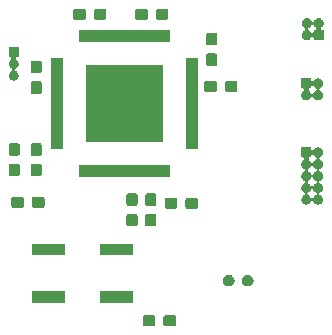
<source format=gbr>
G04 #@! TF.GenerationSoftware,KiCad,Pcbnew,5.0.2-bee76a0~70~ubuntu18.04.1*
G04 #@! TF.CreationDate,2020-07-18T22:30:14-07:00*
G04 #@! TF.ProjectId,light_thing_hw,6c696768-745f-4746-9869-6e675f68772e,rev?*
G04 #@! TF.SameCoordinates,Original*
G04 #@! TF.FileFunction,Soldermask,Top*
G04 #@! TF.FilePolarity,Negative*
%FSLAX46Y46*%
G04 Gerber Fmt 4.6, Leading zero omitted, Abs format (unit mm)*
G04 Created by KiCad (PCBNEW 5.0.2-bee76a0~70~ubuntu18.04.1) date Sat 18 Jul 2020 10:30:14 PM PDT*
%MOMM*%
%LPD*%
G01*
G04 APERTURE LIST*
%ADD10C,0.100000*%
G04 APERTURE END LIST*
D10*
G36*
X145084024Y-102548955D02*
X145116736Y-102558879D01*
X145146890Y-102574997D01*
X145173316Y-102596684D01*
X145195003Y-102623110D01*
X145211121Y-102653264D01*
X145221045Y-102685976D01*
X145225000Y-102726138D01*
X145225000Y-103313862D01*
X145221045Y-103354024D01*
X145211121Y-103386736D01*
X145195003Y-103416890D01*
X145173316Y-103443316D01*
X145146890Y-103465003D01*
X145116736Y-103481121D01*
X145084024Y-103491045D01*
X145043862Y-103495000D01*
X144356138Y-103495000D01*
X144315976Y-103491045D01*
X144283264Y-103481121D01*
X144253110Y-103465003D01*
X144226684Y-103443316D01*
X144204997Y-103416890D01*
X144188879Y-103386736D01*
X144178955Y-103354024D01*
X144175000Y-103313862D01*
X144175000Y-102726138D01*
X144178955Y-102685976D01*
X144188879Y-102653264D01*
X144204997Y-102623110D01*
X144226684Y-102596684D01*
X144253110Y-102574997D01*
X144283264Y-102558879D01*
X144315976Y-102548955D01*
X144356138Y-102545000D01*
X145043862Y-102545000D01*
X145084024Y-102548955D01*
X145084024Y-102548955D01*
G37*
G36*
X143334024Y-102548955D02*
X143366736Y-102558879D01*
X143396890Y-102574997D01*
X143423316Y-102596684D01*
X143445003Y-102623110D01*
X143461121Y-102653264D01*
X143471045Y-102685976D01*
X143475000Y-102726138D01*
X143475000Y-103313862D01*
X143471045Y-103354024D01*
X143461121Y-103386736D01*
X143445003Y-103416890D01*
X143423316Y-103443316D01*
X143396890Y-103465003D01*
X143366736Y-103481121D01*
X143334024Y-103491045D01*
X143293862Y-103495000D01*
X142606138Y-103495000D01*
X142565976Y-103491045D01*
X142533264Y-103481121D01*
X142503110Y-103465003D01*
X142476684Y-103443316D01*
X142454997Y-103416890D01*
X142438879Y-103386736D01*
X142428955Y-103354024D01*
X142425000Y-103313862D01*
X142425000Y-102726138D01*
X142428955Y-102685976D01*
X142438879Y-102653264D01*
X142454997Y-102623110D01*
X142476684Y-102596684D01*
X142503110Y-102574997D01*
X142533264Y-102558879D01*
X142565976Y-102548955D01*
X142606138Y-102545000D01*
X143293862Y-102545000D01*
X143334024Y-102548955D01*
X143334024Y-102548955D01*
G37*
G36*
X141565000Y-101480000D02*
X138815000Y-101480000D01*
X138815000Y-100480000D01*
X141565000Y-100480000D01*
X141565000Y-101480000D01*
X141565000Y-101480000D01*
G37*
G36*
X135805000Y-101480000D02*
X133055000Y-101480000D01*
X133055000Y-100480000D01*
X135805000Y-100480000D01*
X135805000Y-101480000D01*
X135805000Y-101480000D01*
G37*
G36*
X151445845Y-99119215D02*
X151536839Y-99156906D01*
X151617640Y-99210896D01*
X151618734Y-99211627D01*
X151688373Y-99281266D01*
X151743095Y-99363163D01*
X151780785Y-99454155D01*
X151800000Y-99550755D01*
X151800000Y-99649245D01*
X151780785Y-99745845D01*
X151743095Y-99836837D01*
X151688373Y-99918734D01*
X151618734Y-99988373D01*
X151618731Y-99988375D01*
X151536839Y-100043094D01*
X151445845Y-100080785D01*
X151349246Y-100100000D01*
X151250754Y-100100000D01*
X151154155Y-100080785D01*
X151063161Y-100043094D01*
X150981269Y-99988375D01*
X150981266Y-99988373D01*
X150911627Y-99918734D01*
X150856905Y-99836837D01*
X150819215Y-99745845D01*
X150800000Y-99649245D01*
X150800000Y-99550755D01*
X150819215Y-99454155D01*
X150856905Y-99363163D01*
X150911627Y-99281266D01*
X150981266Y-99211627D01*
X150982360Y-99210896D01*
X151063161Y-99156906D01*
X151154155Y-99119215D01*
X151250754Y-99100000D01*
X151349246Y-99100000D01*
X151445845Y-99119215D01*
X151445845Y-99119215D01*
G37*
G36*
X149845845Y-99119215D02*
X149936839Y-99156906D01*
X150017640Y-99210896D01*
X150018734Y-99211627D01*
X150088373Y-99281266D01*
X150143095Y-99363163D01*
X150180785Y-99454155D01*
X150200000Y-99550755D01*
X150200000Y-99649245D01*
X150180785Y-99745845D01*
X150143095Y-99836837D01*
X150088373Y-99918734D01*
X150018734Y-99988373D01*
X150018731Y-99988375D01*
X149936839Y-100043094D01*
X149845845Y-100080785D01*
X149749246Y-100100000D01*
X149650754Y-100100000D01*
X149554155Y-100080785D01*
X149463161Y-100043094D01*
X149381269Y-99988375D01*
X149381266Y-99988373D01*
X149311627Y-99918734D01*
X149256905Y-99836837D01*
X149219215Y-99745845D01*
X149200000Y-99649245D01*
X149200000Y-99550755D01*
X149219215Y-99454155D01*
X149256905Y-99363163D01*
X149311627Y-99281266D01*
X149381266Y-99211627D01*
X149382360Y-99210896D01*
X149463161Y-99156906D01*
X149554155Y-99119215D01*
X149650754Y-99100000D01*
X149749246Y-99100000D01*
X149845845Y-99119215D01*
X149845845Y-99119215D01*
G37*
G36*
X135805000Y-97480000D02*
X133055000Y-97480000D01*
X133055000Y-96480000D01*
X135805000Y-96480000D01*
X135805000Y-97480000D01*
X135805000Y-97480000D01*
G37*
G36*
X141565000Y-97480000D02*
X138815000Y-97480000D01*
X138815000Y-96480000D01*
X141565000Y-96480000D01*
X141565000Y-97480000D01*
X141565000Y-97480000D01*
G37*
G36*
X143443595Y-93982650D02*
X143476307Y-93992574D01*
X143506461Y-94008692D01*
X143532887Y-94030379D01*
X143554574Y-94056805D01*
X143570692Y-94086959D01*
X143580616Y-94119671D01*
X143584571Y-94159833D01*
X143584571Y-94847557D01*
X143580616Y-94887719D01*
X143570692Y-94920431D01*
X143554574Y-94950585D01*
X143532887Y-94977011D01*
X143506461Y-94998698D01*
X143476307Y-95014816D01*
X143443595Y-95024740D01*
X143403433Y-95028695D01*
X142815709Y-95028695D01*
X142775547Y-95024740D01*
X142742835Y-95014816D01*
X142712681Y-94998698D01*
X142686255Y-94977011D01*
X142664568Y-94950585D01*
X142648450Y-94920431D01*
X142638526Y-94887719D01*
X142634571Y-94847557D01*
X142634571Y-94159833D01*
X142638526Y-94119671D01*
X142648450Y-94086959D01*
X142664568Y-94056805D01*
X142686255Y-94030379D01*
X142712681Y-94008692D01*
X142742835Y-93992574D01*
X142775547Y-93982650D01*
X142815709Y-93978695D01*
X143403433Y-93978695D01*
X143443595Y-93982650D01*
X143443595Y-93982650D01*
G37*
G36*
X141843595Y-93982650D02*
X141876307Y-93992574D01*
X141906461Y-94008692D01*
X141932887Y-94030379D01*
X141954574Y-94056805D01*
X141970692Y-94086959D01*
X141980616Y-94119671D01*
X141984571Y-94159833D01*
X141984571Y-94847557D01*
X141980616Y-94887719D01*
X141970692Y-94920431D01*
X141954574Y-94950585D01*
X141932887Y-94977011D01*
X141906461Y-94998698D01*
X141876307Y-95014816D01*
X141843595Y-95024740D01*
X141803433Y-95028695D01*
X141215709Y-95028695D01*
X141175547Y-95024740D01*
X141142835Y-95014816D01*
X141112681Y-94998698D01*
X141086255Y-94977011D01*
X141064568Y-94950585D01*
X141048450Y-94920431D01*
X141038526Y-94887719D01*
X141034571Y-94847557D01*
X141034571Y-94159833D01*
X141038526Y-94119671D01*
X141048450Y-94086959D01*
X141064568Y-94056805D01*
X141086255Y-94030379D01*
X141112681Y-94008692D01*
X141142835Y-93992574D01*
X141175547Y-93982650D01*
X141215709Y-93978695D01*
X141803433Y-93978695D01*
X141843595Y-93982650D01*
X141843595Y-93982650D01*
G37*
G36*
X145200183Y-92592058D02*
X145232895Y-92601982D01*
X145263049Y-92618100D01*
X145289475Y-92639787D01*
X145311162Y-92666213D01*
X145327280Y-92696367D01*
X145337204Y-92729079D01*
X145341159Y-92769241D01*
X145341159Y-93356965D01*
X145337204Y-93397127D01*
X145327280Y-93429839D01*
X145311162Y-93459993D01*
X145289475Y-93486419D01*
X145263049Y-93508106D01*
X145232895Y-93524224D01*
X145200183Y-93534148D01*
X145160021Y-93538103D01*
X144472297Y-93538103D01*
X144432135Y-93534148D01*
X144399423Y-93524224D01*
X144369269Y-93508106D01*
X144342843Y-93486419D01*
X144321156Y-93459993D01*
X144305038Y-93429839D01*
X144295114Y-93397127D01*
X144291159Y-93356965D01*
X144291159Y-92769241D01*
X144295114Y-92729079D01*
X144305038Y-92696367D01*
X144321156Y-92666213D01*
X144342843Y-92639787D01*
X144369269Y-92618100D01*
X144399423Y-92601982D01*
X144432135Y-92592058D01*
X144472297Y-92588103D01*
X145160021Y-92588103D01*
X145200183Y-92592058D01*
X145200183Y-92592058D01*
G37*
G36*
X146950183Y-92592058D02*
X146982895Y-92601982D01*
X147013049Y-92618100D01*
X147039475Y-92639787D01*
X147061162Y-92666213D01*
X147077280Y-92696367D01*
X147087204Y-92729079D01*
X147091159Y-92769241D01*
X147091159Y-93356965D01*
X147087204Y-93397127D01*
X147077280Y-93429839D01*
X147061162Y-93459993D01*
X147039475Y-93486419D01*
X147013049Y-93508106D01*
X146982895Y-93524224D01*
X146950183Y-93534148D01*
X146910021Y-93538103D01*
X146222297Y-93538103D01*
X146182135Y-93534148D01*
X146149423Y-93524224D01*
X146119269Y-93508106D01*
X146092843Y-93486419D01*
X146071156Y-93459993D01*
X146055038Y-93429839D01*
X146045114Y-93397127D01*
X146041159Y-93356965D01*
X146041159Y-92769241D01*
X146045114Y-92729079D01*
X146055038Y-92696367D01*
X146071156Y-92666213D01*
X146092843Y-92639787D01*
X146119269Y-92618100D01*
X146149423Y-92601982D01*
X146182135Y-92592058D01*
X146222297Y-92588103D01*
X146910021Y-92588103D01*
X146950183Y-92592058D01*
X146950183Y-92592058D01*
G37*
G36*
X133963595Y-92502650D02*
X133996307Y-92512574D01*
X134026461Y-92528692D01*
X134052887Y-92550379D01*
X134074574Y-92576805D01*
X134090692Y-92606959D01*
X134100616Y-92639671D01*
X134104571Y-92679833D01*
X134104571Y-93267557D01*
X134100616Y-93307719D01*
X134090692Y-93340431D01*
X134074574Y-93370585D01*
X134052887Y-93397011D01*
X134026461Y-93418698D01*
X133996307Y-93434816D01*
X133963595Y-93444740D01*
X133923433Y-93448695D01*
X133235709Y-93448695D01*
X133195547Y-93444740D01*
X133162835Y-93434816D01*
X133132681Y-93418698D01*
X133106255Y-93397011D01*
X133084568Y-93370585D01*
X133068450Y-93340431D01*
X133058526Y-93307719D01*
X133054571Y-93267557D01*
X133054571Y-92679833D01*
X133058526Y-92639671D01*
X133068450Y-92606959D01*
X133084568Y-92576805D01*
X133106255Y-92550379D01*
X133132681Y-92528692D01*
X133162835Y-92512574D01*
X133195547Y-92502650D01*
X133235709Y-92498695D01*
X133923433Y-92498695D01*
X133963595Y-92502650D01*
X133963595Y-92502650D01*
G37*
G36*
X132213595Y-92502650D02*
X132246307Y-92512574D01*
X132276461Y-92528692D01*
X132302887Y-92550379D01*
X132324574Y-92576805D01*
X132340692Y-92606959D01*
X132350616Y-92639671D01*
X132354571Y-92679833D01*
X132354571Y-93267557D01*
X132350616Y-93307719D01*
X132340692Y-93340431D01*
X132324574Y-93370585D01*
X132302887Y-93397011D01*
X132276461Y-93418698D01*
X132246307Y-93434816D01*
X132213595Y-93444740D01*
X132173433Y-93448695D01*
X131485709Y-93448695D01*
X131445547Y-93444740D01*
X131412835Y-93434816D01*
X131382681Y-93418698D01*
X131356255Y-93397011D01*
X131334568Y-93370585D01*
X131318450Y-93340431D01*
X131308526Y-93307719D01*
X131304571Y-93267557D01*
X131304571Y-92679833D01*
X131308526Y-92639671D01*
X131318450Y-92606959D01*
X131334568Y-92576805D01*
X131356255Y-92550379D01*
X131382681Y-92528692D01*
X131412835Y-92512574D01*
X131445547Y-92502650D01*
X131485709Y-92498695D01*
X132173433Y-92498695D01*
X132213595Y-92502650D01*
X132213595Y-92502650D01*
G37*
G36*
X141843595Y-92232650D02*
X141876307Y-92242574D01*
X141906461Y-92258692D01*
X141932887Y-92280379D01*
X141954574Y-92306805D01*
X141970692Y-92336959D01*
X141980616Y-92369671D01*
X141984571Y-92409833D01*
X141984571Y-93097557D01*
X141980616Y-93137719D01*
X141970692Y-93170431D01*
X141954574Y-93200585D01*
X141932887Y-93227011D01*
X141906461Y-93248698D01*
X141876307Y-93264816D01*
X141843595Y-93274740D01*
X141803433Y-93278695D01*
X141215709Y-93278695D01*
X141175547Y-93274740D01*
X141142835Y-93264816D01*
X141112681Y-93248698D01*
X141086255Y-93227011D01*
X141064568Y-93200585D01*
X141048450Y-93170431D01*
X141038526Y-93137719D01*
X141034571Y-93097557D01*
X141034571Y-92409833D01*
X141038526Y-92369671D01*
X141048450Y-92336959D01*
X141064568Y-92306805D01*
X141086255Y-92280379D01*
X141112681Y-92258692D01*
X141142835Y-92242574D01*
X141175547Y-92232650D01*
X141215709Y-92228695D01*
X141803433Y-92228695D01*
X141843595Y-92232650D01*
X141843595Y-92232650D01*
G37*
G36*
X143443595Y-92232650D02*
X143476307Y-92242574D01*
X143506461Y-92258692D01*
X143532887Y-92280379D01*
X143554574Y-92306805D01*
X143570692Y-92336959D01*
X143580616Y-92369671D01*
X143584571Y-92409833D01*
X143584571Y-93097557D01*
X143580616Y-93137719D01*
X143570692Y-93170431D01*
X143554574Y-93200585D01*
X143532887Y-93227011D01*
X143506461Y-93248698D01*
X143476307Y-93264816D01*
X143443595Y-93274740D01*
X143403433Y-93278695D01*
X142815709Y-93278695D01*
X142775547Y-93274740D01*
X142742835Y-93264816D01*
X142712681Y-93248698D01*
X142686255Y-93227011D01*
X142664568Y-93200585D01*
X142648450Y-93170431D01*
X142638526Y-93137719D01*
X142634571Y-93097557D01*
X142634571Y-92409833D01*
X142638526Y-92369671D01*
X142648450Y-92336959D01*
X142664568Y-92306805D01*
X142686255Y-92280379D01*
X142712681Y-92258692D01*
X142742835Y-92242574D01*
X142775547Y-92232650D01*
X142815709Y-92228695D01*
X143403433Y-92228695D01*
X143443595Y-92232650D01*
X143443595Y-92232650D01*
G37*
G36*
X156689000Y-88433357D02*
X156691402Y-88457743D01*
X156698515Y-88481192D01*
X156710066Y-88502803D01*
X156725612Y-88521745D01*
X156744554Y-88537291D01*
X156766165Y-88548842D01*
X156789614Y-88555955D01*
X156814000Y-88558357D01*
X156838386Y-88555955D01*
X156861835Y-88548842D01*
X156883446Y-88537291D01*
X156910624Y-88512659D01*
X156962026Y-88450026D01*
X157026740Y-88396916D01*
X157026742Y-88396915D01*
X157026743Y-88396914D01*
X157100573Y-88357451D01*
X157180684Y-88333149D01*
X157243122Y-88327000D01*
X157284878Y-88327000D01*
X157347316Y-88333149D01*
X157427427Y-88357451D01*
X157501257Y-88396914D01*
X157501258Y-88396915D01*
X157501260Y-88396916D01*
X157565974Y-88450026D01*
X157617375Y-88512657D01*
X157619086Y-88514743D01*
X157658549Y-88588573D01*
X157682851Y-88668684D01*
X157691056Y-88752000D01*
X157682851Y-88835316D01*
X157658549Y-88915427D01*
X157619086Y-88989257D01*
X157619084Y-88989260D01*
X157565974Y-89053974D01*
X157501260Y-89107084D01*
X157436383Y-89141761D01*
X157416011Y-89155373D01*
X157398684Y-89172700D01*
X157385070Y-89193075D01*
X157375693Y-89215714D01*
X157370912Y-89239747D01*
X157370912Y-89264251D01*
X157375692Y-89288285D01*
X157385069Y-89310924D01*
X157398683Y-89331299D01*
X157416010Y-89348626D01*
X157436383Y-89362239D01*
X157453608Y-89371446D01*
X157501260Y-89396916D01*
X157565974Y-89450026D01*
X157619086Y-89514743D01*
X157658549Y-89588573D01*
X157682851Y-89668684D01*
X157691056Y-89752000D01*
X157682851Y-89835316D01*
X157658549Y-89915427D01*
X157619086Y-89989257D01*
X157619084Y-89989260D01*
X157565974Y-90053974D01*
X157501260Y-90107084D01*
X157436383Y-90141761D01*
X157416011Y-90155373D01*
X157398684Y-90172700D01*
X157385070Y-90193075D01*
X157375693Y-90215714D01*
X157370912Y-90239747D01*
X157370912Y-90264251D01*
X157375692Y-90288285D01*
X157385069Y-90310924D01*
X157398683Y-90331299D01*
X157416010Y-90348626D01*
X157436383Y-90362239D01*
X157501260Y-90396916D01*
X157565974Y-90450026D01*
X157619086Y-90514743D01*
X157658549Y-90588573D01*
X157682851Y-90668684D01*
X157691056Y-90752000D01*
X157682851Y-90835316D01*
X157658549Y-90915427D01*
X157619086Y-90989257D01*
X157619084Y-90989260D01*
X157565974Y-91053974D01*
X157501260Y-91107084D01*
X157436383Y-91141761D01*
X157416011Y-91155373D01*
X157398684Y-91172700D01*
X157385070Y-91193075D01*
X157375693Y-91215714D01*
X157370912Y-91239747D01*
X157370912Y-91264251D01*
X157375692Y-91288285D01*
X157385069Y-91310924D01*
X157398683Y-91331299D01*
X157416010Y-91348626D01*
X157436383Y-91362239D01*
X157501260Y-91396916D01*
X157565974Y-91450026D01*
X157619086Y-91514743D01*
X157658549Y-91588573D01*
X157682851Y-91668684D01*
X157691056Y-91752000D01*
X157682851Y-91835316D01*
X157658549Y-91915427D01*
X157619086Y-91989257D01*
X157619084Y-91989260D01*
X157565974Y-92053974D01*
X157501260Y-92107084D01*
X157436383Y-92141761D01*
X157416011Y-92155373D01*
X157398684Y-92172700D01*
X157385070Y-92193075D01*
X157375693Y-92215714D01*
X157370912Y-92239747D01*
X157370912Y-92264251D01*
X157375692Y-92288285D01*
X157385069Y-92310924D01*
X157398683Y-92331299D01*
X157416010Y-92348626D01*
X157436383Y-92362239D01*
X157501260Y-92396916D01*
X157565974Y-92450026D01*
X157609661Y-92503258D01*
X157619086Y-92514743D01*
X157658549Y-92588573D01*
X157682851Y-92668684D01*
X157691056Y-92752000D01*
X157682851Y-92835316D01*
X157658549Y-92915427D01*
X157619086Y-92989257D01*
X157619084Y-92989260D01*
X157565974Y-93053974D01*
X157501260Y-93107084D01*
X157501258Y-93107085D01*
X157501257Y-93107086D01*
X157427427Y-93146549D01*
X157347316Y-93170851D01*
X157284878Y-93177000D01*
X157243122Y-93177000D01*
X157180684Y-93170851D01*
X157100573Y-93146549D01*
X157026743Y-93107086D01*
X157026742Y-93107085D01*
X157026740Y-93107084D01*
X156962026Y-93053974D01*
X156908916Y-92989260D01*
X156874239Y-92924383D01*
X156860627Y-92904011D01*
X156843300Y-92886684D01*
X156822925Y-92873070D01*
X156800286Y-92863693D01*
X156776253Y-92858912D01*
X156751749Y-92858912D01*
X156727715Y-92863692D01*
X156705076Y-92873069D01*
X156684701Y-92886683D01*
X156667374Y-92904010D01*
X156653761Y-92924383D01*
X156619084Y-92989260D01*
X156565974Y-93053974D01*
X156501260Y-93107084D01*
X156501258Y-93107085D01*
X156501257Y-93107086D01*
X156427427Y-93146549D01*
X156347316Y-93170851D01*
X156284878Y-93177000D01*
X156243122Y-93177000D01*
X156180684Y-93170851D01*
X156100573Y-93146549D01*
X156026743Y-93107086D01*
X156026742Y-93107085D01*
X156026740Y-93107084D01*
X155962026Y-93053974D01*
X155908916Y-92989260D01*
X155908914Y-92989257D01*
X155869451Y-92915427D01*
X155845149Y-92835316D01*
X155836944Y-92752000D01*
X155845149Y-92668684D01*
X155869451Y-92588573D01*
X155908914Y-92514743D01*
X155918340Y-92503258D01*
X155962026Y-92450026D01*
X156026740Y-92396916D01*
X156091617Y-92362239D01*
X156111989Y-92348627D01*
X156129316Y-92331300D01*
X156142930Y-92310925D01*
X156152307Y-92288286D01*
X156157088Y-92264253D01*
X156157088Y-92239749D01*
X156157088Y-92239747D01*
X156370912Y-92239747D01*
X156370912Y-92264251D01*
X156375692Y-92288285D01*
X156385069Y-92310924D01*
X156398683Y-92331299D01*
X156416010Y-92348626D01*
X156436383Y-92362239D01*
X156501260Y-92396916D01*
X156565974Y-92450026D01*
X156619084Y-92514740D01*
X156653759Y-92579614D01*
X156667373Y-92599989D01*
X156684700Y-92617316D01*
X156705075Y-92630930D01*
X156727714Y-92640307D01*
X156751747Y-92645088D01*
X156776251Y-92645088D01*
X156800285Y-92640308D01*
X156822924Y-92630931D01*
X156843299Y-92617317D01*
X156860626Y-92599990D01*
X156874241Y-92579614D01*
X156908916Y-92514740D01*
X156962026Y-92450026D01*
X157026740Y-92396916D01*
X157091617Y-92362239D01*
X157111989Y-92348627D01*
X157129316Y-92331300D01*
X157142930Y-92310925D01*
X157152307Y-92288286D01*
X157157088Y-92264253D01*
X157157088Y-92239749D01*
X157152308Y-92215715D01*
X157142931Y-92193076D01*
X157129317Y-92172701D01*
X157111990Y-92155374D01*
X157091617Y-92141761D01*
X157026740Y-92107084D01*
X156962026Y-92053974D01*
X156908916Y-91989260D01*
X156874239Y-91924383D01*
X156860627Y-91904011D01*
X156843300Y-91886684D01*
X156822925Y-91873070D01*
X156800286Y-91863693D01*
X156776253Y-91858912D01*
X156751749Y-91858912D01*
X156727715Y-91863692D01*
X156705076Y-91873069D01*
X156684701Y-91886683D01*
X156667374Y-91904010D01*
X156653761Y-91924383D01*
X156619084Y-91989260D01*
X156565974Y-92053974D01*
X156501260Y-92107084D01*
X156436383Y-92141761D01*
X156416011Y-92155373D01*
X156398684Y-92172700D01*
X156385070Y-92193075D01*
X156375693Y-92215714D01*
X156370912Y-92239747D01*
X156157088Y-92239747D01*
X156152308Y-92215715D01*
X156142931Y-92193076D01*
X156129317Y-92172701D01*
X156111990Y-92155374D01*
X156091617Y-92141761D01*
X156026740Y-92107084D01*
X155962026Y-92053974D01*
X155908916Y-91989260D01*
X155908914Y-91989257D01*
X155869451Y-91915427D01*
X155845149Y-91835316D01*
X155836944Y-91752000D01*
X155845149Y-91668684D01*
X155869451Y-91588573D01*
X155908914Y-91514743D01*
X155962026Y-91450026D01*
X156026740Y-91396916D01*
X156091617Y-91362239D01*
X156111989Y-91348627D01*
X156129316Y-91331300D01*
X156142930Y-91310925D01*
X156152307Y-91288286D01*
X156157088Y-91264253D01*
X156157088Y-91239749D01*
X156157088Y-91239747D01*
X156370912Y-91239747D01*
X156370912Y-91264251D01*
X156375692Y-91288285D01*
X156385069Y-91310924D01*
X156398683Y-91331299D01*
X156416010Y-91348626D01*
X156436383Y-91362239D01*
X156501260Y-91396916D01*
X156565974Y-91450026D01*
X156619084Y-91514740D01*
X156653759Y-91579614D01*
X156667373Y-91599989D01*
X156684700Y-91617316D01*
X156705075Y-91630930D01*
X156727714Y-91640307D01*
X156751747Y-91645088D01*
X156776251Y-91645088D01*
X156800285Y-91640308D01*
X156822924Y-91630931D01*
X156843299Y-91617317D01*
X156860626Y-91599990D01*
X156874241Y-91579614D01*
X156908916Y-91514740D01*
X156962026Y-91450026D01*
X157026740Y-91396916D01*
X157091617Y-91362239D01*
X157111989Y-91348627D01*
X157129316Y-91331300D01*
X157142930Y-91310925D01*
X157152307Y-91288286D01*
X157157088Y-91264253D01*
X157157088Y-91239749D01*
X157152308Y-91215715D01*
X157142931Y-91193076D01*
X157129317Y-91172701D01*
X157111990Y-91155374D01*
X157091617Y-91141761D01*
X157026740Y-91107084D01*
X156962026Y-91053974D01*
X156908916Y-90989260D01*
X156874239Y-90924383D01*
X156860627Y-90904011D01*
X156843300Y-90886684D01*
X156822925Y-90873070D01*
X156800286Y-90863693D01*
X156776253Y-90858912D01*
X156751749Y-90858912D01*
X156727715Y-90863692D01*
X156705076Y-90873069D01*
X156684701Y-90886683D01*
X156667374Y-90904010D01*
X156653761Y-90924383D01*
X156619084Y-90989260D01*
X156565974Y-91053974D01*
X156501260Y-91107084D01*
X156436383Y-91141761D01*
X156416011Y-91155373D01*
X156398684Y-91172700D01*
X156385070Y-91193075D01*
X156375693Y-91215714D01*
X156370912Y-91239747D01*
X156157088Y-91239747D01*
X156152308Y-91215715D01*
X156142931Y-91193076D01*
X156129317Y-91172701D01*
X156111990Y-91155374D01*
X156091617Y-91141761D01*
X156026740Y-91107084D01*
X155962026Y-91053974D01*
X155908916Y-90989260D01*
X155908914Y-90989257D01*
X155869451Y-90915427D01*
X155845149Y-90835316D01*
X155836944Y-90752000D01*
X155845149Y-90668684D01*
X155869451Y-90588573D01*
X155908914Y-90514743D01*
X155962026Y-90450026D01*
X156026740Y-90396916D01*
X156091617Y-90362239D01*
X156111989Y-90348627D01*
X156129316Y-90331300D01*
X156142930Y-90310925D01*
X156152307Y-90288286D01*
X156157088Y-90264253D01*
X156157088Y-90239749D01*
X156157088Y-90239747D01*
X156370912Y-90239747D01*
X156370912Y-90264251D01*
X156375692Y-90288285D01*
X156385069Y-90310924D01*
X156398683Y-90331299D01*
X156416010Y-90348626D01*
X156436383Y-90362239D01*
X156501260Y-90396916D01*
X156565974Y-90450026D01*
X156619084Y-90514740D01*
X156635080Y-90544666D01*
X156653759Y-90579614D01*
X156667373Y-90599989D01*
X156684700Y-90617316D01*
X156705075Y-90630930D01*
X156727714Y-90640307D01*
X156751747Y-90645088D01*
X156776251Y-90645088D01*
X156800285Y-90640308D01*
X156822924Y-90630931D01*
X156843299Y-90617317D01*
X156860626Y-90599990D01*
X156874241Y-90579614D01*
X156892921Y-90544666D01*
X156908916Y-90514740D01*
X156962026Y-90450026D01*
X157026740Y-90396916D01*
X157091617Y-90362239D01*
X157111989Y-90348627D01*
X157129316Y-90331300D01*
X157142930Y-90310925D01*
X157152307Y-90288286D01*
X157157088Y-90264253D01*
X157157088Y-90239749D01*
X157152308Y-90215715D01*
X157142931Y-90193076D01*
X157129317Y-90172701D01*
X157111990Y-90155374D01*
X157091617Y-90141761D01*
X157026740Y-90107084D01*
X156962026Y-90053974D01*
X156908916Y-89989260D01*
X156874239Y-89924383D01*
X156860627Y-89904011D01*
X156843300Y-89886684D01*
X156822925Y-89873070D01*
X156800286Y-89863693D01*
X156776253Y-89858912D01*
X156751749Y-89858912D01*
X156727715Y-89863692D01*
X156705076Y-89873069D01*
X156684701Y-89886683D01*
X156667374Y-89904010D01*
X156653761Y-89924383D01*
X156619084Y-89989260D01*
X156565974Y-90053974D01*
X156501260Y-90107084D01*
X156436383Y-90141761D01*
X156416011Y-90155373D01*
X156398684Y-90172700D01*
X156385070Y-90193075D01*
X156375693Y-90215714D01*
X156370912Y-90239747D01*
X156157088Y-90239747D01*
X156152308Y-90215715D01*
X156142931Y-90193076D01*
X156129317Y-90172701D01*
X156111990Y-90155374D01*
X156091617Y-90141761D01*
X156026740Y-90107084D01*
X155962026Y-90053974D01*
X155908916Y-89989260D01*
X155908914Y-89989257D01*
X155869451Y-89915427D01*
X155845149Y-89835316D01*
X155836944Y-89752000D01*
X155845149Y-89668684D01*
X155869451Y-89588573D01*
X155908914Y-89514743D01*
X155962026Y-89450026D01*
X156024660Y-89398623D01*
X156041984Y-89381299D01*
X156055597Y-89360924D01*
X156064975Y-89338285D01*
X156069755Y-89314252D01*
X156069755Y-89302000D01*
X156457643Y-89302000D01*
X156460045Y-89326386D01*
X156467158Y-89349835D01*
X156478709Y-89371446D01*
X156503341Y-89398624D01*
X156565974Y-89450026D01*
X156619084Y-89514740D01*
X156653759Y-89579614D01*
X156667373Y-89599989D01*
X156684700Y-89617316D01*
X156705075Y-89630930D01*
X156727714Y-89640307D01*
X156751747Y-89645088D01*
X156776251Y-89645088D01*
X156800285Y-89640308D01*
X156822924Y-89630931D01*
X156843299Y-89617317D01*
X156860626Y-89599990D01*
X156874241Y-89579614D01*
X156908916Y-89514740D01*
X156962026Y-89450026D01*
X157026740Y-89396916D01*
X157074392Y-89371446D01*
X157091617Y-89362239D01*
X157111989Y-89348627D01*
X157129316Y-89331300D01*
X157142930Y-89310925D01*
X157152307Y-89288286D01*
X157157088Y-89264253D01*
X157157088Y-89239749D01*
X157152308Y-89215715D01*
X157142931Y-89193076D01*
X157129317Y-89172701D01*
X157111990Y-89155374D01*
X157091617Y-89141761D01*
X157026740Y-89107084D01*
X156962026Y-89053974D01*
X156910623Y-88991340D01*
X156893299Y-88974016D01*
X156872924Y-88960403D01*
X156850285Y-88951025D01*
X156826252Y-88946245D01*
X156801747Y-88946245D01*
X156777714Y-88951026D01*
X156755075Y-88960403D01*
X156734700Y-88974017D01*
X156717373Y-88991344D01*
X156703760Y-89011719D01*
X156694382Y-89034358D01*
X156689000Y-89070643D01*
X156689000Y-89177000D01*
X156582643Y-89177000D01*
X156558257Y-89179402D01*
X156534808Y-89186515D01*
X156513197Y-89198066D01*
X156494255Y-89213612D01*
X156478709Y-89232554D01*
X156467158Y-89254165D01*
X156460045Y-89277614D01*
X156457643Y-89302000D01*
X156069755Y-89302000D01*
X156069755Y-89289747D01*
X156064974Y-89265714D01*
X156055597Y-89243075D01*
X156041983Y-89222700D01*
X156024656Y-89205373D01*
X156004281Y-89191760D01*
X155981642Y-89182382D01*
X155945357Y-89177000D01*
X155839000Y-89177000D01*
X155839000Y-88327000D01*
X156689000Y-88327000D01*
X156689000Y-88433357D01*
X156689000Y-88433357D01*
G37*
G36*
X144764571Y-90823695D02*
X137014571Y-90823695D01*
X137014571Y-89823695D01*
X144764571Y-89823695D01*
X144764571Y-90823695D01*
X144764571Y-90823695D01*
G37*
G36*
X133733595Y-89742650D02*
X133766307Y-89752574D01*
X133796461Y-89768692D01*
X133822887Y-89790379D01*
X133844574Y-89816805D01*
X133860692Y-89846959D01*
X133870616Y-89879671D01*
X133874571Y-89919833D01*
X133874571Y-90607557D01*
X133870616Y-90647719D01*
X133860692Y-90680431D01*
X133844574Y-90710585D01*
X133822887Y-90737011D01*
X133796461Y-90758698D01*
X133766307Y-90774816D01*
X133733595Y-90784740D01*
X133693433Y-90788695D01*
X133105709Y-90788695D01*
X133065547Y-90784740D01*
X133032835Y-90774816D01*
X133002681Y-90758698D01*
X132976255Y-90737011D01*
X132954568Y-90710585D01*
X132938450Y-90680431D01*
X132928526Y-90647719D01*
X132924571Y-90607557D01*
X132924571Y-89919833D01*
X132928526Y-89879671D01*
X132938450Y-89846959D01*
X132954568Y-89816805D01*
X132976255Y-89790379D01*
X133002681Y-89768692D01*
X133032835Y-89752574D01*
X133065547Y-89742650D01*
X133105709Y-89738695D01*
X133693433Y-89738695D01*
X133733595Y-89742650D01*
X133733595Y-89742650D01*
G37*
G36*
X131865650Y-89736121D02*
X131898362Y-89746045D01*
X131928516Y-89762163D01*
X131954942Y-89783850D01*
X131976629Y-89810276D01*
X131992747Y-89840430D01*
X132002671Y-89873142D01*
X132006626Y-89913304D01*
X132006626Y-90601028D01*
X132002671Y-90641190D01*
X131992747Y-90673902D01*
X131976629Y-90704056D01*
X131954942Y-90730482D01*
X131928516Y-90752169D01*
X131898362Y-90768287D01*
X131865650Y-90778211D01*
X131825488Y-90782166D01*
X131237764Y-90782166D01*
X131197602Y-90778211D01*
X131164890Y-90768287D01*
X131134736Y-90752169D01*
X131108310Y-90730482D01*
X131086623Y-90704056D01*
X131070505Y-90673902D01*
X131060581Y-90641190D01*
X131056626Y-90601028D01*
X131056626Y-89913304D01*
X131060581Y-89873142D01*
X131070505Y-89840430D01*
X131086623Y-89810276D01*
X131108310Y-89783850D01*
X131134736Y-89762163D01*
X131164890Y-89746045D01*
X131197602Y-89736121D01*
X131237764Y-89732166D01*
X131825488Y-89732166D01*
X131865650Y-89736121D01*
X131865650Y-89736121D01*
G37*
G36*
X133733595Y-87992650D02*
X133766307Y-88002574D01*
X133796461Y-88018692D01*
X133822887Y-88040379D01*
X133844574Y-88066805D01*
X133860692Y-88096959D01*
X133870616Y-88129671D01*
X133874571Y-88169833D01*
X133874571Y-88857557D01*
X133870616Y-88897719D01*
X133860692Y-88930431D01*
X133844574Y-88960585D01*
X133822887Y-88987011D01*
X133796461Y-89008698D01*
X133766307Y-89024816D01*
X133733595Y-89034740D01*
X133693433Y-89038695D01*
X133105709Y-89038695D01*
X133065547Y-89034740D01*
X133032835Y-89024816D01*
X133002681Y-89008698D01*
X132976255Y-88987011D01*
X132954568Y-88960585D01*
X132938450Y-88930431D01*
X132928526Y-88897719D01*
X132924571Y-88857557D01*
X132924571Y-88169833D01*
X132928526Y-88129671D01*
X132938450Y-88096959D01*
X132954568Y-88066805D01*
X132976255Y-88040379D01*
X133002681Y-88018692D01*
X133032835Y-88002574D01*
X133065547Y-87992650D01*
X133105709Y-87988695D01*
X133693433Y-87988695D01*
X133733595Y-87992650D01*
X133733595Y-87992650D01*
G37*
G36*
X131865650Y-87986121D02*
X131898362Y-87996045D01*
X131928516Y-88012163D01*
X131954942Y-88033850D01*
X131976629Y-88060276D01*
X131992747Y-88090430D01*
X132002671Y-88123142D01*
X132006626Y-88163304D01*
X132006626Y-88851028D01*
X132002671Y-88891190D01*
X131992747Y-88923902D01*
X131976629Y-88954056D01*
X131954942Y-88980482D01*
X131928516Y-89002169D01*
X131898362Y-89018287D01*
X131865650Y-89028211D01*
X131825488Y-89032166D01*
X131237764Y-89032166D01*
X131197602Y-89028211D01*
X131164890Y-89018287D01*
X131134736Y-89002169D01*
X131108310Y-88980482D01*
X131086623Y-88954056D01*
X131070505Y-88923902D01*
X131060581Y-88891190D01*
X131056626Y-88851028D01*
X131056626Y-88163304D01*
X131060581Y-88123142D01*
X131070505Y-88090430D01*
X131086623Y-88060276D01*
X131108310Y-88033850D01*
X131134736Y-88012163D01*
X131164890Y-87996045D01*
X131197602Y-87986121D01*
X131237764Y-87982166D01*
X131825488Y-87982166D01*
X131865650Y-87986121D01*
X131865650Y-87986121D01*
G37*
G36*
X135689571Y-88498695D02*
X134689571Y-88498695D01*
X134689571Y-80748695D01*
X135689571Y-80748695D01*
X135689571Y-88498695D01*
X135689571Y-88498695D01*
G37*
G36*
X147089571Y-88498695D02*
X146089571Y-88498695D01*
X146089571Y-80748695D01*
X147089571Y-80748695D01*
X147089571Y-88498695D01*
X147089571Y-88498695D01*
G37*
G36*
X144139571Y-87873695D02*
X137639571Y-87873695D01*
X137639571Y-81373695D01*
X144139571Y-81373695D01*
X144139571Y-87873695D01*
X144139571Y-87873695D01*
G37*
G36*
X156689000Y-82591357D02*
X156691402Y-82615743D01*
X156698515Y-82639192D01*
X156710066Y-82660803D01*
X156725612Y-82679745D01*
X156744554Y-82695291D01*
X156766165Y-82706842D01*
X156789614Y-82713955D01*
X156814000Y-82716357D01*
X156838386Y-82713955D01*
X156861835Y-82706842D01*
X156883446Y-82695291D01*
X156910624Y-82670659D01*
X156962026Y-82608026D01*
X157026740Y-82554916D01*
X157026742Y-82554915D01*
X157026743Y-82554914D01*
X157100573Y-82515451D01*
X157180684Y-82491149D01*
X157243122Y-82485000D01*
X157284878Y-82485000D01*
X157347316Y-82491149D01*
X157427427Y-82515451D01*
X157501257Y-82554914D01*
X157501258Y-82554915D01*
X157501260Y-82554916D01*
X157565974Y-82608026D01*
X157617375Y-82670657D01*
X157619086Y-82672743D01*
X157658549Y-82746573D01*
X157682851Y-82826684D01*
X157691056Y-82910000D01*
X157682851Y-82993316D01*
X157658549Y-83073427D01*
X157619086Y-83147257D01*
X157619084Y-83147260D01*
X157565974Y-83211974D01*
X157501260Y-83265084D01*
X157436383Y-83299761D01*
X157416011Y-83313373D01*
X157398684Y-83330700D01*
X157385070Y-83351075D01*
X157375693Y-83373714D01*
X157370912Y-83397747D01*
X157370912Y-83422251D01*
X157375692Y-83446285D01*
X157385069Y-83468924D01*
X157398683Y-83489299D01*
X157416010Y-83506626D01*
X157436383Y-83520239D01*
X157501260Y-83554916D01*
X157565974Y-83608026D01*
X157598550Y-83647719D01*
X157619086Y-83672743D01*
X157658549Y-83746573D01*
X157682851Y-83826684D01*
X157691056Y-83910000D01*
X157682851Y-83993316D01*
X157658549Y-84073427D01*
X157619086Y-84147257D01*
X157619084Y-84147260D01*
X157565974Y-84211974D01*
X157501260Y-84265084D01*
X157501258Y-84265085D01*
X157501257Y-84265086D01*
X157427427Y-84304549D01*
X157347316Y-84328851D01*
X157284878Y-84335000D01*
X157243122Y-84335000D01*
X157180684Y-84328851D01*
X157100573Y-84304549D01*
X157026743Y-84265086D01*
X157026742Y-84265085D01*
X157026740Y-84265084D01*
X156962026Y-84211974D01*
X156908916Y-84147260D01*
X156874239Y-84082383D01*
X156860627Y-84062011D01*
X156843300Y-84044684D01*
X156822925Y-84031070D01*
X156800286Y-84021693D01*
X156776253Y-84016912D01*
X156751749Y-84016912D01*
X156727715Y-84021692D01*
X156705076Y-84031069D01*
X156684701Y-84044683D01*
X156667374Y-84062010D01*
X156653761Y-84082383D01*
X156619084Y-84147260D01*
X156565974Y-84211974D01*
X156501260Y-84265084D01*
X156501258Y-84265085D01*
X156501257Y-84265086D01*
X156427427Y-84304549D01*
X156347316Y-84328851D01*
X156284878Y-84335000D01*
X156243122Y-84335000D01*
X156180684Y-84328851D01*
X156100573Y-84304549D01*
X156026743Y-84265086D01*
X156026742Y-84265085D01*
X156026740Y-84265084D01*
X155962026Y-84211974D01*
X155908916Y-84147260D01*
X155908914Y-84147257D01*
X155869451Y-84073427D01*
X155845149Y-83993316D01*
X155836944Y-83910000D01*
X155845149Y-83826684D01*
X155869451Y-83746573D01*
X155908914Y-83672743D01*
X155929451Y-83647719D01*
X155962026Y-83608026D01*
X156024660Y-83556623D01*
X156041984Y-83539299D01*
X156055597Y-83518924D01*
X156064975Y-83496285D01*
X156069755Y-83472252D01*
X156069755Y-83460000D01*
X156457643Y-83460000D01*
X156460045Y-83484386D01*
X156467158Y-83507835D01*
X156478709Y-83529446D01*
X156503341Y-83556624D01*
X156554944Y-83598974D01*
X156565974Y-83608026D01*
X156619084Y-83672740D01*
X156653759Y-83737614D01*
X156667373Y-83757989D01*
X156684700Y-83775316D01*
X156705075Y-83788930D01*
X156727714Y-83798307D01*
X156751747Y-83803088D01*
X156776251Y-83803088D01*
X156800285Y-83798308D01*
X156822924Y-83788931D01*
X156843299Y-83775317D01*
X156860626Y-83757990D01*
X156874241Y-83737614D01*
X156908916Y-83672740D01*
X156962026Y-83608026D01*
X157026740Y-83554916D01*
X157055958Y-83539299D01*
X157091617Y-83520239D01*
X157111989Y-83506627D01*
X157129316Y-83489300D01*
X157142930Y-83468925D01*
X157152307Y-83446286D01*
X157157088Y-83422253D01*
X157157088Y-83397749D01*
X157152308Y-83373715D01*
X157142931Y-83351076D01*
X157129317Y-83330701D01*
X157111990Y-83313374D01*
X157091617Y-83299761D01*
X157026740Y-83265084D01*
X156962026Y-83211974D01*
X156910623Y-83149340D01*
X156893299Y-83132016D01*
X156872924Y-83118403D01*
X156850285Y-83109025D01*
X156826252Y-83104245D01*
X156801747Y-83104245D01*
X156777714Y-83109026D01*
X156755075Y-83118403D01*
X156734700Y-83132017D01*
X156717373Y-83149344D01*
X156703760Y-83169719D01*
X156694382Y-83192358D01*
X156689000Y-83228643D01*
X156689000Y-83335000D01*
X156582643Y-83335000D01*
X156558257Y-83337402D01*
X156534808Y-83344515D01*
X156513197Y-83356066D01*
X156494255Y-83371612D01*
X156478709Y-83390554D01*
X156467158Y-83412165D01*
X156460045Y-83435614D01*
X156457643Y-83460000D01*
X156069755Y-83460000D01*
X156069755Y-83447747D01*
X156064974Y-83423714D01*
X156055597Y-83401075D01*
X156041983Y-83380700D01*
X156024656Y-83363373D01*
X156004281Y-83349760D01*
X155981642Y-83340382D01*
X155945357Y-83335000D01*
X155839000Y-83335000D01*
X155839000Y-82485000D01*
X156689000Y-82485000D01*
X156689000Y-82591357D01*
X156689000Y-82591357D01*
G37*
G36*
X133733595Y-82742650D02*
X133766307Y-82752574D01*
X133796461Y-82768692D01*
X133822887Y-82790379D01*
X133844574Y-82816805D01*
X133860692Y-82846959D01*
X133870616Y-82879671D01*
X133874571Y-82919833D01*
X133874571Y-83607557D01*
X133870616Y-83647719D01*
X133860692Y-83680431D01*
X133844574Y-83710585D01*
X133822887Y-83737011D01*
X133796461Y-83758698D01*
X133766307Y-83774816D01*
X133733595Y-83784740D01*
X133693433Y-83788695D01*
X133105709Y-83788695D01*
X133065547Y-83784740D01*
X133032835Y-83774816D01*
X133002681Y-83758698D01*
X132976255Y-83737011D01*
X132954568Y-83710585D01*
X132938450Y-83680431D01*
X132928526Y-83647719D01*
X132924571Y-83607557D01*
X132924571Y-82919833D01*
X132928526Y-82879671D01*
X132938450Y-82846959D01*
X132954568Y-82816805D01*
X132976255Y-82790379D01*
X133002681Y-82768692D01*
X133032835Y-82752574D01*
X133065547Y-82742650D01*
X133105709Y-82738695D01*
X133693433Y-82738695D01*
X133733595Y-82742650D01*
X133733595Y-82742650D01*
G37*
G36*
X148548024Y-82692955D02*
X148580736Y-82702879D01*
X148610890Y-82718997D01*
X148637316Y-82740684D01*
X148659003Y-82767110D01*
X148675121Y-82797264D01*
X148685045Y-82829976D01*
X148689000Y-82870138D01*
X148689000Y-83457862D01*
X148685045Y-83498024D01*
X148675121Y-83530736D01*
X148659003Y-83560890D01*
X148637316Y-83587316D01*
X148610890Y-83609003D01*
X148580736Y-83625121D01*
X148548024Y-83635045D01*
X148507862Y-83639000D01*
X147820138Y-83639000D01*
X147779976Y-83635045D01*
X147747264Y-83625121D01*
X147717110Y-83609003D01*
X147690684Y-83587316D01*
X147668997Y-83560890D01*
X147652879Y-83530736D01*
X147642955Y-83498024D01*
X147639000Y-83457862D01*
X147639000Y-82870138D01*
X147642955Y-82829976D01*
X147652879Y-82797264D01*
X147668997Y-82767110D01*
X147690684Y-82740684D01*
X147717110Y-82718997D01*
X147747264Y-82702879D01*
X147779976Y-82692955D01*
X147820138Y-82689000D01*
X148507862Y-82689000D01*
X148548024Y-82692955D01*
X148548024Y-82692955D01*
G37*
G36*
X150298024Y-82692955D02*
X150330736Y-82702879D01*
X150360890Y-82718997D01*
X150387316Y-82740684D01*
X150409003Y-82767110D01*
X150425121Y-82797264D01*
X150435045Y-82829976D01*
X150439000Y-82870138D01*
X150439000Y-83457862D01*
X150435045Y-83498024D01*
X150425121Y-83530736D01*
X150409003Y-83560890D01*
X150387316Y-83587316D01*
X150360890Y-83609003D01*
X150330736Y-83625121D01*
X150298024Y-83635045D01*
X150257862Y-83639000D01*
X149570138Y-83639000D01*
X149529976Y-83635045D01*
X149497264Y-83625121D01*
X149467110Y-83609003D01*
X149440684Y-83587316D01*
X149418997Y-83560890D01*
X149402879Y-83530736D01*
X149392955Y-83498024D01*
X149389000Y-83457862D01*
X149389000Y-82870138D01*
X149392955Y-82829976D01*
X149402879Y-82797264D01*
X149418997Y-82767110D01*
X149440684Y-82740684D01*
X149467110Y-82718997D01*
X149497264Y-82702879D01*
X149529976Y-82692955D01*
X149570138Y-82689000D01*
X150257862Y-82689000D01*
X150298024Y-82692955D01*
X150298024Y-82692955D01*
G37*
G36*
X131925000Y-80675000D02*
X131818643Y-80675000D01*
X131794257Y-80677402D01*
X131770808Y-80684515D01*
X131749197Y-80696066D01*
X131730255Y-80711612D01*
X131714709Y-80730554D01*
X131703158Y-80752165D01*
X131696045Y-80775614D01*
X131693643Y-80800000D01*
X131696045Y-80824386D01*
X131703158Y-80847835D01*
X131714709Y-80869446D01*
X131739341Y-80896624D01*
X131801974Y-80948026D01*
X131850188Y-81006774D01*
X131855086Y-81012743D01*
X131894549Y-81086573D01*
X131918851Y-81166684D01*
X131927056Y-81250000D01*
X131918851Y-81333316D01*
X131894549Y-81413427D01*
X131855086Y-81487257D01*
X131855084Y-81487260D01*
X131801974Y-81551974D01*
X131737260Y-81605084D01*
X131672383Y-81639761D01*
X131652011Y-81653373D01*
X131634684Y-81670700D01*
X131621070Y-81691075D01*
X131611693Y-81713714D01*
X131606912Y-81737747D01*
X131606912Y-81762251D01*
X131611692Y-81786285D01*
X131621069Y-81808924D01*
X131634683Y-81829299D01*
X131652010Y-81846626D01*
X131672383Y-81860239D01*
X131737260Y-81894916D01*
X131801974Y-81948026D01*
X131851767Y-82008698D01*
X131855086Y-82012743D01*
X131894549Y-82086573D01*
X131918851Y-82166684D01*
X131927056Y-82250000D01*
X131918851Y-82333316D01*
X131894549Y-82413427D01*
X131856292Y-82485000D01*
X131855084Y-82487260D01*
X131801974Y-82551974D01*
X131737260Y-82605084D01*
X131737258Y-82605085D01*
X131737257Y-82605086D01*
X131663427Y-82644549D01*
X131583316Y-82668851D01*
X131520878Y-82675000D01*
X131479122Y-82675000D01*
X131416684Y-82668851D01*
X131336573Y-82644549D01*
X131262743Y-82605086D01*
X131262742Y-82605085D01*
X131262740Y-82605084D01*
X131198026Y-82551974D01*
X131144916Y-82487260D01*
X131143708Y-82485000D01*
X131105451Y-82413427D01*
X131081149Y-82333316D01*
X131072944Y-82250000D01*
X131081149Y-82166684D01*
X131105451Y-82086573D01*
X131144914Y-82012743D01*
X131148234Y-82008698D01*
X131198026Y-81948026D01*
X131262740Y-81894916D01*
X131327617Y-81860239D01*
X131347989Y-81846627D01*
X131365316Y-81829300D01*
X131378930Y-81808925D01*
X131388307Y-81786286D01*
X131393088Y-81762253D01*
X131393088Y-81737749D01*
X131388308Y-81713715D01*
X131378931Y-81691076D01*
X131365317Y-81670701D01*
X131347990Y-81653374D01*
X131327617Y-81639761D01*
X131262740Y-81605084D01*
X131198026Y-81551974D01*
X131144916Y-81487260D01*
X131144914Y-81487257D01*
X131105451Y-81413427D01*
X131081149Y-81333316D01*
X131072944Y-81250000D01*
X131081149Y-81166684D01*
X131105451Y-81086573D01*
X131144914Y-81012743D01*
X131149813Y-81006774D01*
X131198026Y-80948026D01*
X131260660Y-80896623D01*
X131277984Y-80879299D01*
X131291597Y-80858924D01*
X131300975Y-80836285D01*
X131305755Y-80812252D01*
X131305755Y-80787747D01*
X131300974Y-80763714D01*
X131291597Y-80741075D01*
X131277983Y-80720700D01*
X131260656Y-80703373D01*
X131240281Y-80689760D01*
X131217642Y-80680382D01*
X131181357Y-80675000D01*
X131075000Y-80675000D01*
X131075000Y-79825000D01*
X131925000Y-79825000D01*
X131925000Y-80675000D01*
X131925000Y-80675000D01*
G37*
G36*
X133733595Y-80992650D02*
X133766307Y-81002574D01*
X133796461Y-81018692D01*
X133822887Y-81040379D01*
X133844574Y-81066805D01*
X133860692Y-81096959D01*
X133870616Y-81129671D01*
X133874571Y-81169833D01*
X133874571Y-81857557D01*
X133870616Y-81897719D01*
X133860692Y-81930431D01*
X133844574Y-81960585D01*
X133822887Y-81987011D01*
X133796461Y-82008698D01*
X133766307Y-82024816D01*
X133733595Y-82034740D01*
X133693433Y-82038695D01*
X133105709Y-82038695D01*
X133065547Y-82034740D01*
X133032835Y-82024816D01*
X133002681Y-82008698D01*
X132976255Y-81987011D01*
X132954568Y-81960585D01*
X132938450Y-81930431D01*
X132928526Y-81897719D01*
X132924571Y-81857557D01*
X132924571Y-81169833D01*
X132928526Y-81129671D01*
X132938450Y-81096959D01*
X132954568Y-81066805D01*
X132976255Y-81040379D01*
X133002681Y-81018692D01*
X133032835Y-81002574D01*
X133065547Y-80992650D01*
X133105709Y-80988695D01*
X133693433Y-80988695D01*
X133733595Y-80992650D01*
X133733595Y-80992650D01*
G37*
G36*
X148593595Y-80387650D02*
X148626307Y-80397574D01*
X148656461Y-80413692D01*
X148682887Y-80435379D01*
X148704574Y-80461805D01*
X148720692Y-80491959D01*
X148730616Y-80524671D01*
X148734571Y-80564833D01*
X148734571Y-81252557D01*
X148730616Y-81292719D01*
X148720692Y-81325431D01*
X148704574Y-81355585D01*
X148682887Y-81382011D01*
X148656461Y-81403698D01*
X148626307Y-81419816D01*
X148593595Y-81429740D01*
X148553433Y-81433695D01*
X147965709Y-81433695D01*
X147925547Y-81429740D01*
X147892835Y-81419816D01*
X147862681Y-81403698D01*
X147836255Y-81382011D01*
X147814568Y-81355585D01*
X147798450Y-81325431D01*
X147788526Y-81292719D01*
X147784571Y-81252557D01*
X147784571Y-80564833D01*
X147788526Y-80524671D01*
X147798450Y-80491959D01*
X147814568Y-80461805D01*
X147836255Y-80435379D01*
X147862681Y-80413692D01*
X147892835Y-80397574D01*
X147925547Y-80387650D01*
X147965709Y-80383695D01*
X148553433Y-80383695D01*
X148593595Y-80387650D01*
X148593595Y-80387650D01*
G37*
G36*
X148593595Y-78637650D02*
X148626307Y-78647574D01*
X148656461Y-78663692D01*
X148682887Y-78685379D01*
X148704574Y-78711805D01*
X148720692Y-78741959D01*
X148730616Y-78774671D01*
X148734571Y-78814833D01*
X148734571Y-79502557D01*
X148730616Y-79542719D01*
X148720692Y-79575431D01*
X148704574Y-79605585D01*
X148682887Y-79632011D01*
X148656461Y-79653698D01*
X148626307Y-79669816D01*
X148593595Y-79679740D01*
X148553433Y-79683695D01*
X147965709Y-79683695D01*
X147925547Y-79679740D01*
X147892835Y-79669816D01*
X147862681Y-79653698D01*
X147836255Y-79632011D01*
X147814568Y-79605585D01*
X147798450Y-79575431D01*
X147788526Y-79542719D01*
X147784571Y-79502557D01*
X147784571Y-78814833D01*
X147788526Y-78774671D01*
X147798450Y-78741959D01*
X147814568Y-78711805D01*
X147836255Y-78685379D01*
X147862681Y-78663692D01*
X147892835Y-78647574D01*
X147925547Y-78637650D01*
X147965709Y-78633695D01*
X148553433Y-78633695D01*
X148593595Y-78637650D01*
X148593595Y-78637650D01*
G37*
G36*
X144764571Y-79423695D02*
X137014571Y-79423695D01*
X137014571Y-78423695D01*
X144764571Y-78423695D01*
X144764571Y-79423695D01*
X144764571Y-79423695D01*
G37*
G36*
X156396056Y-77395281D02*
X156476167Y-77419583D01*
X156549997Y-77459046D01*
X156549998Y-77459047D01*
X156550000Y-77459048D01*
X156551151Y-77459993D01*
X156614714Y-77512158D01*
X156667824Y-77576872D01*
X156702499Y-77641746D01*
X156716113Y-77662121D01*
X156733440Y-77679448D01*
X156753815Y-77693062D01*
X156776454Y-77702439D01*
X156800487Y-77707220D01*
X156824991Y-77707220D01*
X156849025Y-77702440D01*
X156871664Y-77693063D01*
X156892039Y-77679449D01*
X156909366Y-77662122D01*
X156922981Y-77641746D01*
X156957656Y-77576872D01*
X157010766Y-77512158D01*
X157074329Y-77459993D01*
X157075480Y-77459048D01*
X157075482Y-77459047D01*
X157075483Y-77459046D01*
X157149313Y-77419583D01*
X157229424Y-77395281D01*
X157291862Y-77389132D01*
X157333618Y-77389132D01*
X157396056Y-77395281D01*
X157476167Y-77419583D01*
X157549997Y-77459046D01*
X157549998Y-77459047D01*
X157550000Y-77459048D01*
X157614714Y-77512158D01*
X157621170Y-77520024D01*
X157667826Y-77576875D01*
X157707289Y-77650705D01*
X157731591Y-77730816D01*
X157739796Y-77814132D01*
X157731591Y-77897448D01*
X157707289Y-77977559D01*
X157667826Y-78051389D01*
X157667824Y-78051392D01*
X157614714Y-78116106D01*
X157552080Y-78167509D01*
X157534756Y-78184833D01*
X157521143Y-78205208D01*
X157511765Y-78227847D01*
X157506985Y-78251880D01*
X157506985Y-78276385D01*
X157511766Y-78300418D01*
X157521143Y-78323057D01*
X157534757Y-78343432D01*
X157552084Y-78360759D01*
X157572459Y-78374372D01*
X157595098Y-78383750D01*
X157631383Y-78389132D01*
X157737740Y-78389132D01*
X157737740Y-79239132D01*
X156887740Y-79239132D01*
X156887740Y-79132775D01*
X156885338Y-79108389D01*
X156878225Y-79084940D01*
X156866674Y-79063329D01*
X156851128Y-79044387D01*
X156832186Y-79028841D01*
X156810575Y-79017290D01*
X156787126Y-79010177D01*
X156762740Y-79007775D01*
X156738354Y-79010177D01*
X156714905Y-79017290D01*
X156693294Y-79028841D01*
X156666116Y-79053473D01*
X156614714Y-79116106D01*
X156550000Y-79169216D01*
X156549998Y-79169217D01*
X156549997Y-79169218D01*
X156476167Y-79208681D01*
X156396056Y-79232983D01*
X156333618Y-79239132D01*
X156291862Y-79239132D01*
X156229424Y-79232983D01*
X156149313Y-79208681D01*
X156075483Y-79169218D01*
X156075482Y-79169217D01*
X156075480Y-79169216D01*
X156010766Y-79116106D01*
X155957656Y-79051392D01*
X155957654Y-79051389D01*
X155918191Y-78977559D01*
X155893889Y-78897448D01*
X155885684Y-78814132D01*
X155893889Y-78730816D01*
X155918191Y-78650705D01*
X155957654Y-78576875D01*
X155959366Y-78574789D01*
X156010766Y-78512158D01*
X156075480Y-78459048D01*
X156140357Y-78424371D01*
X156160729Y-78410759D01*
X156178056Y-78393432D01*
X156191670Y-78373057D01*
X156201047Y-78350418D01*
X156205828Y-78326385D01*
X156205828Y-78301881D01*
X156205828Y-78301879D01*
X156419652Y-78301879D01*
X156419652Y-78326383D01*
X156424432Y-78350417D01*
X156433809Y-78373056D01*
X156447423Y-78393431D01*
X156464750Y-78410758D01*
X156485123Y-78424371D01*
X156550000Y-78459048D01*
X156614714Y-78512158D01*
X156666117Y-78574792D01*
X156683441Y-78592116D01*
X156703816Y-78605729D01*
X156726455Y-78615107D01*
X156750488Y-78619887D01*
X156774993Y-78619887D01*
X156799026Y-78615106D01*
X156821665Y-78605729D01*
X156842040Y-78592115D01*
X156859367Y-78574788D01*
X156872980Y-78554413D01*
X156882358Y-78531774D01*
X156887740Y-78495489D01*
X156887740Y-78389132D01*
X156994097Y-78389132D01*
X157018483Y-78386730D01*
X157041932Y-78379617D01*
X157063543Y-78368066D01*
X157082485Y-78352520D01*
X157098031Y-78333578D01*
X157109582Y-78311967D01*
X157116695Y-78288518D01*
X157119097Y-78264132D01*
X157116695Y-78239746D01*
X157109582Y-78216297D01*
X157098031Y-78194686D01*
X157073399Y-78167508D01*
X157010766Y-78116106D01*
X156957656Y-78051392D01*
X156922979Y-77986515D01*
X156909367Y-77966143D01*
X156892040Y-77948816D01*
X156871665Y-77935202D01*
X156849026Y-77925825D01*
X156824993Y-77921044D01*
X156800489Y-77921044D01*
X156776455Y-77925824D01*
X156753816Y-77935201D01*
X156733441Y-77948815D01*
X156716114Y-77966142D01*
X156702501Y-77986515D01*
X156667824Y-78051392D01*
X156614714Y-78116106D01*
X156550000Y-78169216D01*
X156485123Y-78203893D01*
X156464751Y-78217505D01*
X156447424Y-78234832D01*
X156433810Y-78255207D01*
X156424433Y-78277846D01*
X156419652Y-78301879D01*
X156205828Y-78301879D01*
X156201048Y-78277847D01*
X156191671Y-78255208D01*
X156178057Y-78234833D01*
X156160730Y-78217506D01*
X156140357Y-78203893D01*
X156075480Y-78169216D01*
X156010766Y-78116106D01*
X155957656Y-78051392D01*
X155957654Y-78051389D01*
X155918191Y-77977559D01*
X155893889Y-77897448D01*
X155885684Y-77814132D01*
X155893889Y-77730816D01*
X155918191Y-77650705D01*
X155957654Y-77576875D01*
X156004311Y-77520024D01*
X156010766Y-77512158D01*
X156075480Y-77459048D01*
X156075482Y-77459047D01*
X156075483Y-77459046D01*
X156149313Y-77419583D01*
X156229424Y-77395281D01*
X156291862Y-77389132D01*
X156333618Y-77389132D01*
X156396056Y-77395281D01*
X156396056Y-77395281D01*
G37*
G36*
X142700183Y-76592058D02*
X142732895Y-76601982D01*
X142763049Y-76618100D01*
X142789475Y-76639787D01*
X142811162Y-76666213D01*
X142827280Y-76696367D01*
X142837204Y-76729079D01*
X142841159Y-76769241D01*
X142841159Y-77356965D01*
X142837204Y-77397127D01*
X142827280Y-77429839D01*
X142811162Y-77459993D01*
X142789475Y-77486419D01*
X142763049Y-77508106D01*
X142732895Y-77524224D01*
X142700183Y-77534148D01*
X142660021Y-77538103D01*
X141972297Y-77538103D01*
X141932135Y-77534148D01*
X141899423Y-77524224D01*
X141869269Y-77508106D01*
X141842843Y-77486419D01*
X141821156Y-77459993D01*
X141805038Y-77429839D01*
X141795114Y-77397127D01*
X141791159Y-77356965D01*
X141791159Y-76769241D01*
X141795114Y-76729079D01*
X141805038Y-76696367D01*
X141821156Y-76666213D01*
X141842843Y-76639787D01*
X141869269Y-76618100D01*
X141899423Y-76601982D01*
X141932135Y-76592058D01*
X141972297Y-76588103D01*
X142660021Y-76588103D01*
X142700183Y-76592058D01*
X142700183Y-76592058D01*
G37*
G36*
X144450183Y-76592058D02*
X144482895Y-76601982D01*
X144513049Y-76618100D01*
X144539475Y-76639787D01*
X144561162Y-76666213D01*
X144577280Y-76696367D01*
X144587204Y-76729079D01*
X144591159Y-76769241D01*
X144591159Y-77356965D01*
X144587204Y-77397127D01*
X144577280Y-77429839D01*
X144561162Y-77459993D01*
X144539475Y-77486419D01*
X144513049Y-77508106D01*
X144482895Y-77524224D01*
X144450183Y-77534148D01*
X144410021Y-77538103D01*
X143722297Y-77538103D01*
X143682135Y-77534148D01*
X143649423Y-77524224D01*
X143619269Y-77508106D01*
X143592843Y-77486419D01*
X143571156Y-77459993D01*
X143555038Y-77429839D01*
X143545114Y-77397127D01*
X143541159Y-77356965D01*
X143541159Y-76769241D01*
X143545114Y-76729079D01*
X143555038Y-76696367D01*
X143571156Y-76666213D01*
X143592843Y-76639787D01*
X143619269Y-76618100D01*
X143649423Y-76601982D01*
X143682135Y-76592058D01*
X143722297Y-76588103D01*
X144410021Y-76588103D01*
X144450183Y-76592058D01*
X144450183Y-76592058D01*
G37*
G36*
X139200183Y-76592058D02*
X139232895Y-76601982D01*
X139263049Y-76618100D01*
X139289475Y-76639787D01*
X139311162Y-76666213D01*
X139327280Y-76696367D01*
X139337204Y-76729079D01*
X139341159Y-76769241D01*
X139341159Y-77356965D01*
X139337204Y-77397127D01*
X139327280Y-77429839D01*
X139311162Y-77459993D01*
X139289475Y-77486419D01*
X139263049Y-77508106D01*
X139232895Y-77524224D01*
X139200183Y-77534148D01*
X139160021Y-77538103D01*
X138472297Y-77538103D01*
X138432135Y-77534148D01*
X138399423Y-77524224D01*
X138369269Y-77508106D01*
X138342843Y-77486419D01*
X138321156Y-77459993D01*
X138305038Y-77429839D01*
X138295114Y-77397127D01*
X138291159Y-77356965D01*
X138291159Y-76769241D01*
X138295114Y-76729079D01*
X138305038Y-76696367D01*
X138321156Y-76666213D01*
X138342843Y-76639787D01*
X138369269Y-76618100D01*
X138399423Y-76601982D01*
X138432135Y-76592058D01*
X138472297Y-76588103D01*
X139160021Y-76588103D01*
X139200183Y-76592058D01*
X139200183Y-76592058D01*
G37*
G36*
X137450183Y-76592058D02*
X137482895Y-76601982D01*
X137513049Y-76618100D01*
X137539475Y-76639787D01*
X137561162Y-76666213D01*
X137577280Y-76696367D01*
X137587204Y-76729079D01*
X137591159Y-76769241D01*
X137591159Y-77356965D01*
X137587204Y-77397127D01*
X137577280Y-77429839D01*
X137561162Y-77459993D01*
X137539475Y-77486419D01*
X137513049Y-77508106D01*
X137482895Y-77524224D01*
X137450183Y-77534148D01*
X137410021Y-77538103D01*
X136722297Y-77538103D01*
X136682135Y-77534148D01*
X136649423Y-77524224D01*
X136619269Y-77508106D01*
X136592843Y-77486419D01*
X136571156Y-77459993D01*
X136555038Y-77429839D01*
X136545114Y-77397127D01*
X136541159Y-77356965D01*
X136541159Y-76769241D01*
X136545114Y-76729079D01*
X136555038Y-76696367D01*
X136571156Y-76666213D01*
X136592843Y-76639787D01*
X136619269Y-76618100D01*
X136649423Y-76601982D01*
X136682135Y-76592058D01*
X136722297Y-76588103D01*
X137410021Y-76588103D01*
X137450183Y-76592058D01*
X137450183Y-76592058D01*
G37*
M02*

</source>
